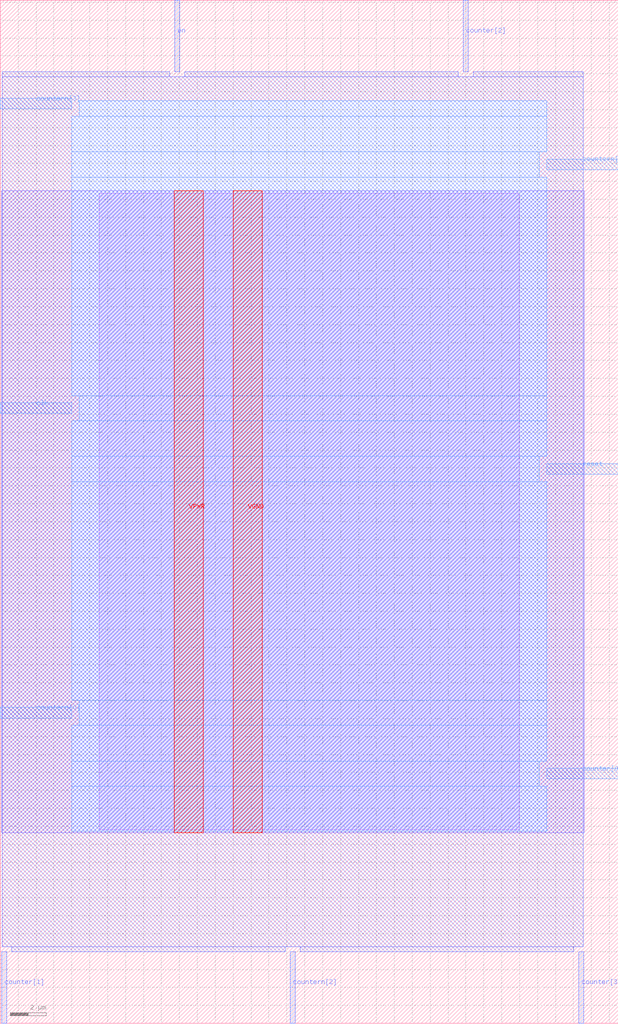
<source format=lef>
VERSION 5.7 ;
  NOWIREEXTENSIONATPIN ON ;
  DIVIDERCHAR "/" ;
  BUSBITCHARS "[]" ;
MACRO up_counter
  CLASS BLOCK ;
  FOREIGN up_counter ;
  ORIGIN 0.000 0.000 ;
  SIZE 34.500 BY 57.120 ;
  PIN VGND
    DIRECTION INOUT ;
    USE GROUND ;
    PORT
      LAYER met4 ;
        RECT 13.020 10.640 14.620 46.480 ;
    END
  END VGND
  PIN VPWR
    DIRECTION INOUT ;
    USE POWER ;
    PORT
      LAYER met4 ;
        RECT 9.720 10.640 11.320 46.480 ;
    END
  END VPWR
  PIN clk
    DIRECTION INPUT ;
    USE SIGNAL ;
    PORT
      LAYER met3 ;
        RECT 0.000 34.040 4.000 34.640 ;
    END
  END clk
  PIN counter[0]
    DIRECTION OUTPUT TRISTATE ;
    USE SIGNAL ;
    PORT
      LAYER met3 ;
        RECT 30.500 13.640 34.500 14.240 ;
    END
  END counter[0]
  PIN counter[1]
    DIRECTION OUTPUT TRISTATE ;
    USE SIGNAL ;
    PORT
      LAYER met2 ;
        RECT 0.090 0.000 0.370 4.000 ;
    END
  END counter[1]
  PIN counter[2]
    DIRECTION OUTPUT TRISTATE ;
    USE SIGNAL ;
    PORT
      LAYER met2 ;
        RECT 25.850 53.120 26.130 57.120 ;
    END
  END counter[2]
  PIN counter[3]
    DIRECTION OUTPUT TRISTATE ;
    USE SIGNAL ;
    PORT
      LAYER met2 ;
        RECT 32.290 0.000 32.570 4.000 ;
    END
  END counter[3]
  PIN countern[0]
    DIRECTION OUTPUT TRISTATE ;
    USE SIGNAL ;
    PORT
      LAYER met3 ;
        RECT 0.000 17.040 4.000 17.640 ;
    END
  END countern[0]
  PIN countern[1]
    DIRECTION OUTPUT TRISTATE ;
    USE SIGNAL ;
    PORT
      LAYER met3 ;
        RECT 30.500 47.640 34.500 48.240 ;
    END
  END countern[1]
  PIN countern[2]
    DIRECTION OUTPUT TRISTATE ;
    USE SIGNAL ;
    PORT
      LAYER met2 ;
        RECT 16.190 0.000 16.470 4.000 ;
    END
  END countern[2]
  PIN countern[3]
    DIRECTION OUTPUT TRISTATE ;
    USE SIGNAL ;
    PORT
      LAYER met3 ;
        RECT 0.000 51.040 4.000 51.640 ;
    END
  END countern[3]
  PIN en
    DIRECTION INPUT ;
    USE SIGNAL ;
    PORT
      LAYER met2 ;
        RECT 9.750 53.120 10.030 57.120 ;
    END
  END en
  PIN reset
    DIRECTION INPUT ;
    USE SIGNAL ;
    PORT
      LAYER met3 ;
        RECT 30.500 30.640 34.500 31.240 ;
    END
  END reset
  OBS
      LAYER li1 ;
        RECT 5.520 10.795 28.980 46.325 ;
      LAYER met1 ;
        RECT 0.070 10.640 32.590 46.480 ;
      LAYER met2 ;
        RECT 0.100 52.840 9.470 53.120 ;
        RECT 10.310 52.840 25.570 53.120 ;
        RECT 26.410 52.840 32.560 53.120 ;
        RECT 0.100 4.280 32.560 52.840 ;
        RECT 0.650 4.000 15.910 4.280 ;
        RECT 16.750 4.000 32.010 4.280 ;
      LAYER met3 ;
        RECT 4.400 50.640 30.500 51.505 ;
        RECT 4.000 48.640 30.500 50.640 ;
        RECT 4.000 47.240 30.100 48.640 ;
        RECT 4.000 35.040 30.500 47.240 ;
        RECT 4.400 33.640 30.500 35.040 ;
        RECT 4.000 31.640 30.500 33.640 ;
        RECT 4.000 30.240 30.100 31.640 ;
        RECT 4.000 18.040 30.500 30.240 ;
        RECT 4.400 16.640 30.500 18.040 ;
        RECT 4.000 14.640 30.500 16.640 ;
        RECT 4.000 13.240 30.100 14.640 ;
        RECT 4.000 10.715 30.500 13.240 ;
  END
END up_counter
END LIBRARY


</source>
